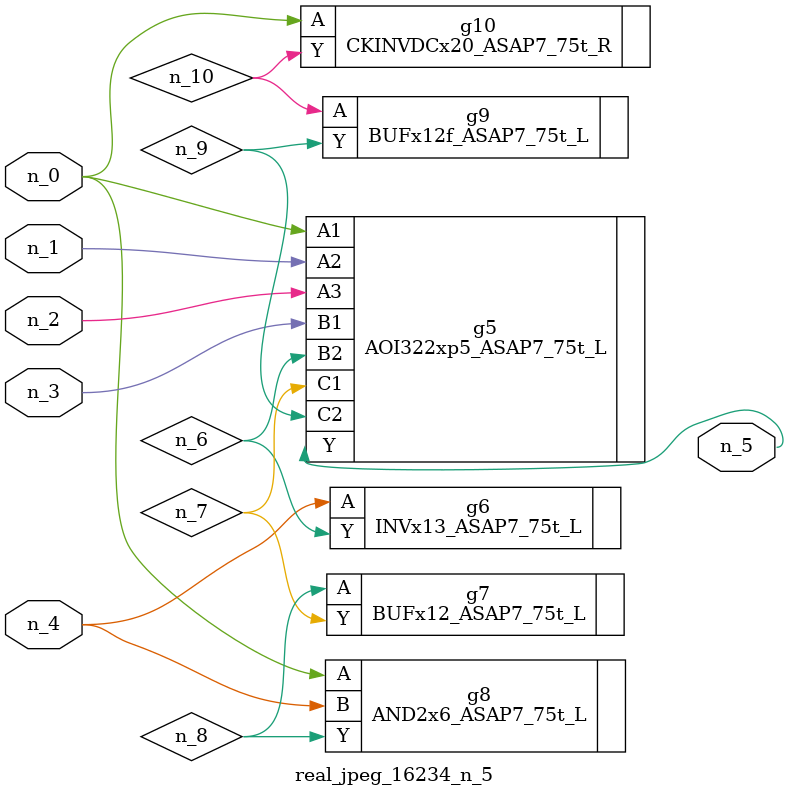
<source format=v>
module real_jpeg_16234_n_5 (n_4, n_0, n_1, n_2, n_3, n_5);

input n_4;
input n_0;
input n_1;
input n_2;
input n_3;

output n_5;

wire n_8;
wire n_6;
wire n_7;
wire n_10;
wire n_9;

AOI322xp5_ASAP7_75t_L g5 ( 
.A1(n_0),
.A2(n_1),
.A3(n_2),
.B1(n_3),
.B2(n_6),
.C1(n_7),
.C2(n_9),
.Y(n_5)
);

AND2x6_ASAP7_75t_L g8 ( 
.A(n_0),
.B(n_4),
.Y(n_8)
);

CKINVDCx20_ASAP7_75t_R g10 ( 
.A(n_0),
.Y(n_10)
);

INVx13_ASAP7_75t_L g6 ( 
.A(n_4),
.Y(n_6)
);

BUFx12_ASAP7_75t_L g7 ( 
.A(n_8),
.Y(n_7)
);

BUFx12f_ASAP7_75t_L g9 ( 
.A(n_10),
.Y(n_9)
);


endmodule
</source>
